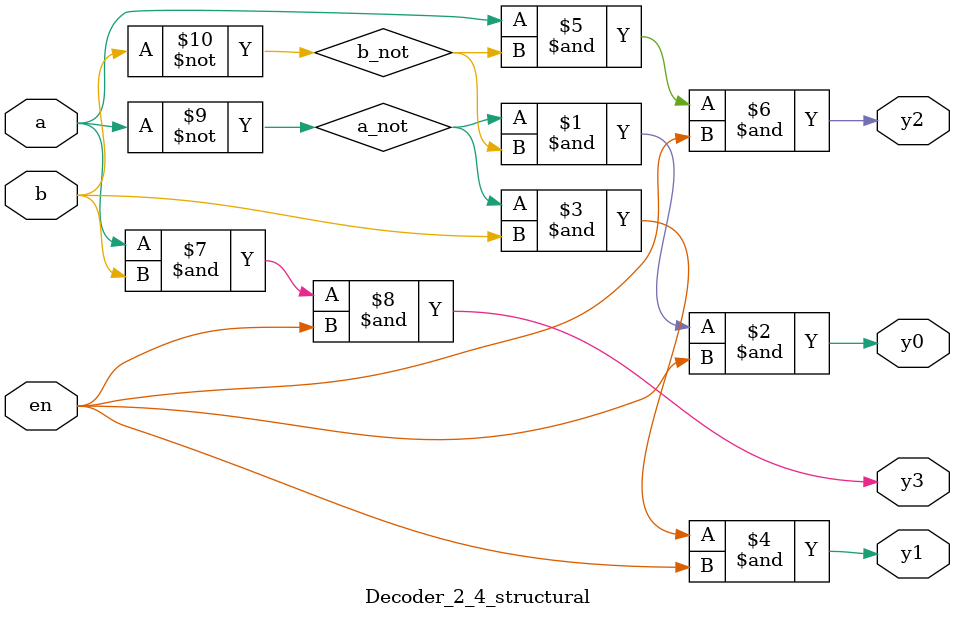
<source format=v>
module Decoder_2_4_structural(
  input a, b, en,
  output y0,y1,y2,y3
);
  wire a_not, b_not;
  not(a_not, a);
  not(b_not, b);
  and(y0, a_not, b_not, en);
  and(y1, a_not, b, en);
  and(y2, a, b_not, en);
  and(y3, a, b, en);
endmodule

</source>
